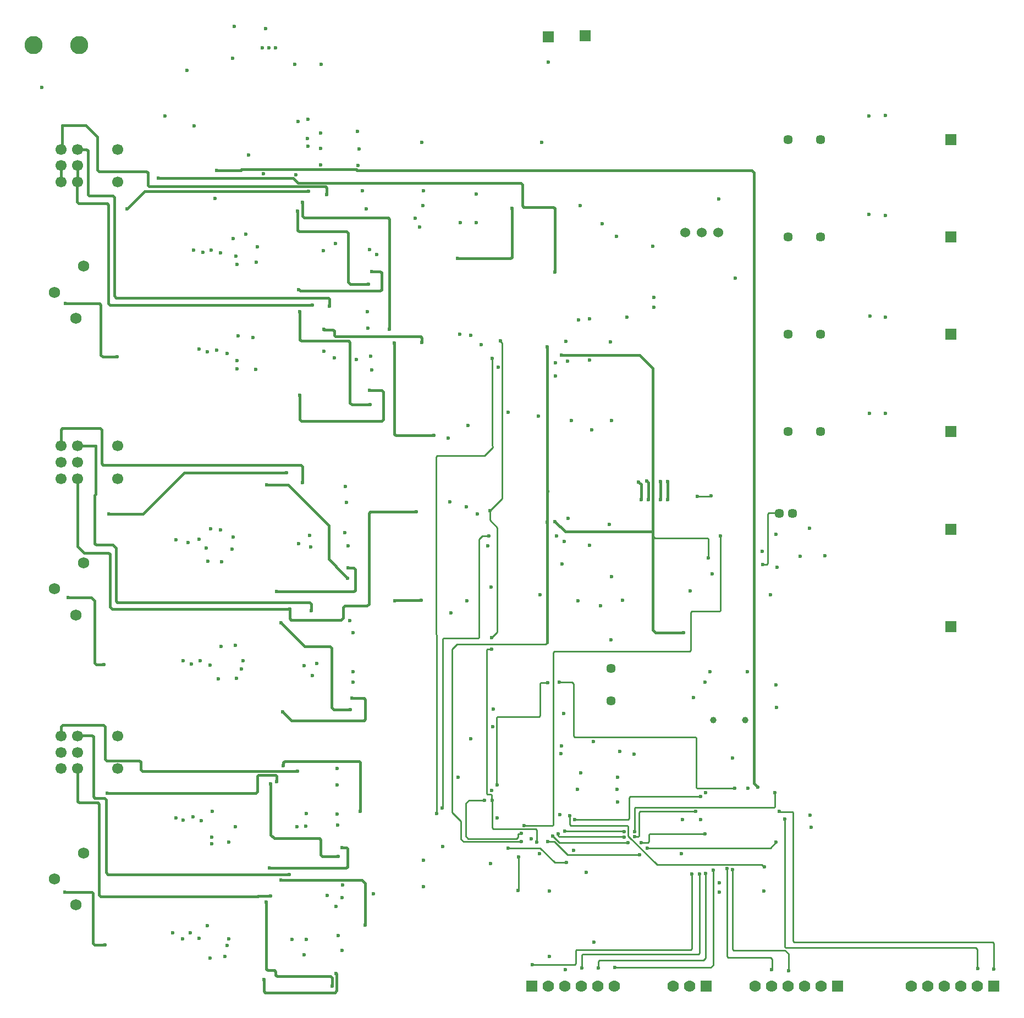
<source format=gbl>
G04*
G04 #@! TF.GenerationSoftware,Altium Limited,Altium Designer,20.0.13 (296)*
G04*
G04 Layer_Physical_Order=4*
G04 Layer_Color=16711680*
%FSLAX44Y44*%
%MOMM*%
G71*
G01*
G75*
%ADD15C,0.2540*%
%ADD77C,0.3810*%
%ADD78C,1.7780*%
%ADD79R,1.7780X1.7780*%
%ADD80C,1.0000*%
%ADD81C,1.5240*%
%ADD82C,2.8000*%
%ADD83C,1.7500*%
%ADD84C,1.7000*%
%ADD85R,1.7780X1.7780*%
%ADD86C,1.4500*%
%ADD87C,0.6000*%
D15*
X723750Y587488D02*
Y738250D01*
X728750Y743250D02*
X738500D01*
X723750Y738250D02*
X728750Y743250D01*
X668738Y586000D02*
X722262D01*
X723750Y587488D01*
X1168000Y701238D02*
Y777512D01*
X1159941Y699750D02*
X1166512D01*
X1168000Y701238D01*
X1169488Y779000D02*
X1185000D01*
X1168000Y777512D02*
X1169488Y779000D01*
X1185000D02*
X1186000Y778000D01*
X1058250Y355988D02*
Y432262D01*
X1059738Y354500D02*
X1117500D01*
X1058250Y355988D02*
X1059738Y354500D01*
X870738Y433750D02*
X1056762D01*
X1058250Y432262D01*
X869250Y435238D02*
Y515500D01*
Y435238D02*
X870738Y433750D01*
X866500Y518250D02*
X869250Y515500D01*
X847250Y518250D02*
X866500D01*
X817500Y466738D02*
Y516262D01*
X818988Y517750D01*
X829500D01*
X751988Y465250D02*
X816012D01*
X817500Y466738D01*
X750500Y360500D02*
Y463762D01*
X751988Y465250D01*
X750500Y360500D02*
X751000Y360000D01*
X952750Y271500D02*
X953250Y271000D01*
X1171750Y262750D02*
X1181000Y272000D01*
X982250Y262750D02*
X1171750D01*
X953250Y281199D02*
X997329Y237120D01*
X953250Y281199D02*
Y295762D01*
X997329Y237120D02*
X1158194D01*
X985000Y272988D02*
Y283250D01*
X983512Y271500D02*
X985000Y272988D01*
X973000Y271500D02*
X983512D01*
X972750Y271750D02*
X973000Y271500D01*
X985000Y283250D02*
X986250Y284500D01*
X1071000D01*
X859776Y252750D02*
X970500D01*
X839526Y273000D02*
X859776Y252750D01*
X829500Y273000D02*
X839526D01*
X846881Y271500D02*
X952750D01*
X837250Y281131D02*
X846881Y271500D01*
X768250Y263000D02*
X817250D01*
X840000Y240250D02*
X857750D01*
X817250Y263000D02*
X840000Y240250D01*
X667250Y324750D02*
Y584512D01*
X668738Y586000D01*
X667000Y324500D02*
X667250Y324750D01*
X658250Y316250D02*
Y590974D01*
X657500Y591724D02*
X658250Y590974D01*
X682000Y318012D02*
Y569512D01*
X695750Y276500D02*
X699750Y272500D01*
X695750Y276500D02*
Y304262D01*
X682000Y318012D02*
X695750Y304262D01*
X682000Y569512D02*
X689488Y577000D01*
X826250D01*
X699750Y272500D02*
X788250D01*
X740250Y768000D02*
X751750Y756500D01*
Y595250D02*
Y756500D01*
X740250Y768000D02*
Y782250D01*
X743250Y586750D02*
X751750Y595250D01*
X703000Y281238D02*
Y331750D01*
Y281238D02*
X706858Y277380D01*
X703000Y331750D02*
X707750Y336500D01*
X732250D01*
X706858Y277380D02*
X781130D01*
X783250Y279500D01*
Y284762D01*
X783326Y284838D01*
X788271D01*
X788933Y285500D01*
X658988Y867000D02*
X731736D01*
X657500Y591724D02*
Y865512D01*
X658988Y867000D01*
X744000Y882500D02*
X744948Y881552D01*
Y880212D02*
Y881552D01*
X731736Y867000D02*
X744948Y880212D01*
X744000Y882500D02*
Y1016750D01*
X756750Y1043064D02*
Y1044000D01*
X759245Y801245D02*
Y1040569D01*
X740250Y782250D02*
X759245Y801245D01*
X756750Y1043064D02*
X759245Y1040569D01*
X1114000Y106988D02*
Y230000D01*
Y106988D02*
X1115488Y105500D01*
X1194500D01*
X1105500Y95738D02*
Y231250D01*
Y95738D02*
X1106988Y94250D01*
X1171750D01*
X1194500Y105500D02*
X1200000Y100000D01*
X1193750Y111238D02*
Y307494D01*
X1195238Y109750D02*
X1487750D01*
X1193750Y111238D02*
X1195238Y109750D01*
X1199750Y74000D02*
X1200000Y74250D01*
Y100000D01*
X1174250Y75500D02*
X1174500Y75750D01*
Y91500D01*
X1171750Y94250D02*
X1174500Y91500D01*
X1158194Y237120D02*
X1161814Y233500D01*
X1162750D01*
X1516250Y76750D02*
Y115750D01*
X1208738Y117750D02*
X1514250D01*
X1516250Y115750D01*
X1207250Y119238D02*
X1208738Y117750D01*
X1207250Y119238D02*
Y317262D01*
X1487750Y109750D02*
X1490750Y106750D01*
Y77500D02*
Y106750D01*
X1186000Y318750D02*
X1205762D01*
X1207250Y317262D01*
X1185750Y319000D02*
X1186000Y318750D01*
X1490750Y77500D02*
X1491000Y77250D01*
X964238Y325500D02*
X1177762D01*
X962750Y288000D02*
Y324012D01*
X1177762Y325500D02*
X1179250Y326988D01*
X962750Y324012D02*
X964238Y325500D01*
X1179250Y326988D02*
Y348000D01*
X839488Y565750D02*
X1048012D01*
X1049500Y567238D01*
Y626012D01*
X838000Y564262D02*
X839488Y565750D01*
X838000Y299238D02*
Y564262D01*
X1050988Y627500D02*
X1094012D01*
X1095500Y628988D01*
Y743500D01*
X1095250Y743750D02*
X1095500Y743500D01*
X1049500Y626012D02*
X1050988Y627500D01*
X792500Y297750D02*
X836512D01*
X838000Y299238D01*
X812500Y272000D02*
Y290392D01*
X743500Y293738D02*
X745358Y291880D01*
X811012D02*
X812500Y290392D01*
X745358Y291880D02*
X811012D01*
X743500Y293738D02*
Y336000D01*
X1051000Y107738D02*
Y222500D01*
X1049512Y106250D02*
X1051000Y107738D01*
X873488Y106250D02*
X1049512D01*
X872000Y84988D02*
Y104762D01*
X873488Y106250D01*
X881500Y77750D02*
Y97512D01*
X882988Y99000D01*
X1061012D01*
X1062500Y100488D01*
X805750Y83500D02*
X870512D01*
X872000Y84988D01*
X1062500Y100488D02*
Y223000D01*
X908988Y90000D02*
X1068512D01*
X1072000Y93488D02*
Y223500D01*
X1068512Y90000D02*
X1072000Y93488D01*
X907500Y78750D02*
Y88512D01*
X908988Y90000D01*
X907000Y78250D02*
X907500Y78750D01*
X1079500Y79250D02*
X1080158Y78592D01*
X1083750Y82184D01*
Y229000D01*
X932250Y79250D02*
X1079500D01*
X971488Y319000D02*
X1056750D01*
X970000Y281798D02*
Y317512D01*
X971488Y319000D01*
X963060Y280310D02*
X968512D01*
X970000Y281798D01*
X962750Y280000D02*
X963060Y280310D01*
X946250Y280000D02*
X946500Y279750D01*
X845500Y281488D02*
Y284250D01*
Y281488D02*
X846988Y280000D01*
X946250D01*
X845250Y284500D02*
X845500Y284250D01*
X954500Y340512D02*
X955988Y342000D01*
X1065000D01*
X954500Y308750D02*
Y340512D01*
X864488Y297250D02*
X951762D01*
X953250Y295762D01*
X945750Y288750D02*
X946500Y288000D01*
X855500Y288750D02*
X945750D01*
X863000Y298738D02*
Y312250D01*
Y298738D02*
X864488Y297250D01*
X952500Y306750D02*
X954500Y308750D01*
X870500Y306750D02*
X952500D01*
X1076750Y709750D02*
Y738262D01*
X1075262Y739750D02*
X1076750Y738262D01*
X994500Y739750D02*
X1075262D01*
X991000Y743250D02*
X994500Y739750D01*
X1059275Y804725D02*
X1059394Y804844D01*
X1080631D01*
X1080750Y804963D01*
X735000Y346738D02*
Y568012D01*
X736488Y569500D01*
X743000D01*
X736488Y345250D02*
X741762D01*
X735000Y346738D02*
X736488Y345250D01*
X743250Y336250D02*
Y343762D01*
X741762Y345250D02*
X743250Y343762D01*
Y336250D02*
X743500Y336000D01*
X826250Y577000D02*
X828500Y579250D01*
X784125Y248375D02*
X784750Y249000D01*
X784125Y198375D02*
Y248375D01*
X783500Y197750D02*
X784125Y198375D01*
D77*
X856250Y750000D02*
X991000D01*
X840500Y765750D02*
X856250Y750000D01*
X828500Y579250D02*
Y1034750D01*
X991000Y743250D02*
Y750000D01*
Y1001750D01*
X787768Y1287160D02*
X790000Y1284928D01*
X445141Y1287160D02*
X787768D01*
X790000Y1252232D02*
Y1284928D01*
X792232Y1250000D02*
X837768D01*
X790000Y1252232D02*
X792232Y1250000D01*
X840000Y1150000D02*
Y1247768D01*
X837768Y1250000D02*
X840000Y1247768D01*
X437306Y1294995D02*
X445141Y1287160D01*
X230005Y1294995D02*
X437306D01*
X230000Y1295000D02*
X230005Y1294995D01*
X1143518Y1306500D02*
X1146693Y1303325D01*
X535801Y1306500D02*
X1143518D01*
X534296Y1308005D02*
X535801Y1306500D01*
X215732Y1281750D02*
X487018D01*
X208750Y1274750D02*
X461250D01*
X181500Y1247500D02*
X208750Y1274750D01*
X487018Y1281750D02*
X489250Y1279518D01*
Y1275708D02*
Y1279518D01*
X489169Y1275627D02*
X489250Y1275708D01*
X489169Y1269419D02*
Y1275627D01*
X488750Y1269000D02*
X489169Y1269419D01*
X213500Y1283982D02*
X215732Y1281750D01*
X213500Y1283982D02*
Y1302768D01*
X211268Y1305000D02*
X213500Y1302768D01*
X594000Y644000D02*
X594375Y644375D01*
X633875D01*
X634250Y644750D01*
X553750Y638500D02*
Y778268D01*
X555982Y780500D01*
X626500D01*
X516482Y635750D02*
X551000D01*
X553750Y638500D01*
X514250Y617500D02*
Y633518D01*
X516482Y635750D01*
X510750Y614000D02*
X514250Y617500D01*
X431750Y616232D02*
Y630750D01*
Y616232D02*
X433982Y614000D01*
X510750D01*
X1152500Y356250D02*
Y356843D01*
X1146693Y362650D02*
X1152500Y356843D01*
X1146693Y362650D02*
Y1303325D01*
X319500Y1306750D02*
X356391D01*
X357646Y1308005D01*
X534296D01*
X991000Y598732D02*
Y743250D01*
Y598732D02*
X995232Y594500D01*
X1038750D01*
X1013750Y799500D02*
Y827250D01*
X1003000Y799830D02*
Y827250D01*
X972750Y799500D02*
Y822750D01*
X968750Y826750D02*
X972750Y822750D01*
X984000Y799250D02*
Y825250D01*
X981250Y828000D02*
X984000Y825250D01*
X970250Y1022500D02*
X991000Y1001750D01*
X850000Y1022500D02*
X970250D01*
X595482Y898250D02*
X654000D01*
X593250Y900482D02*
Y1040500D01*
Y900482D02*
X595482Y898250D01*
X454232Y1233750D02*
X583518D01*
X585750Y1231518D01*
Y1061500D02*
Y1231518D01*
X452000Y1235982D02*
X454232Y1233750D01*
X452000Y1235982D02*
Y1257500D01*
X635732Y1041518D02*
X635750Y1041500D01*
X635732Y1041518D02*
Y1048518D01*
X502732Y1050750D02*
X633500D01*
X635732Y1048518D01*
X500500Y1052982D02*
Y1059018D01*
Y1052982D02*
X502732Y1050750D01*
X484500Y1061250D02*
X498268D01*
X500500Y1059018D01*
X484250Y1061500D02*
X484500Y1061250D01*
X691000Y1170750D02*
X772018D01*
X774250Y1172982D02*
Y1248000D01*
X772018Y1170750D02*
X774250Y1172982D01*
X690750Y1171000D02*
X691000Y1170750D01*
X504155Y55695D02*
X504155Y55695D01*
X503500Y69500D02*
X503919Y69081D01*
Y67532D02*
Y69081D01*
X504155Y55695D02*
Y67297D01*
X503919Y67532D02*
X504155Y67297D01*
X504155Y43137D02*
Y55695D01*
X394232Y40250D02*
X501268D01*
X504155Y43137D01*
X392000Y42482D02*
Y60250D01*
Y42482D02*
X394232Y40250D01*
X392000Y60250D02*
X392250Y60500D01*
X412482Y65000D02*
X495018D01*
X497250Y49750D02*
Y62768D01*
X495018Y65000D02*
X497250Y62768D01*
X410250Y67232D02*
Y72018D01*
Y67232D02*
X412482Y65000D01*
X397982Y74250D02*
X408018D01*
X410250Y72018D01*
X395750Y76482D02*
Y179750D01*
Y76482D02*
X397982Y74250D01*
X395625Y179875D02*
X395750Y179750D01*
X129250Y115732D02*
Y193018D01*
X131732Y113250D02*
X147750D01*
X129250Y115732D02*
X131732Y113250D01*
X85500Y195250D02*
X127018D01*
X129250Y193018D01*
X105000Y385000D02*
X105250Y384750D01*
X105000Y832000D02*
X105750Y831250D01*
Y727500D02*
Y831250D01*
X105000Y882000D02*
X105750Y882750D01*
X133250D01*
X79750Y882250D02*
Y907268D01*
X81982Y909500D01*
X79750Y882250D02*
X80000Y882000D01*
Y1339000D02*
X81250Y1340250D01*
Y1375750D01*
X443940Y381310D02*
X444000Y381250D01*
X205190Y381310D02*
X443940D01*
X202500Y384000D02*
X205190Y381310D01*
X412250Y364750D02*
Y373268D01*
X410018Y375500D02*
X412250Y373268D01*
X384232Y375500D02*
X410018D01*
X202500Y384000D02*
Y395286D01*
X149982Y397518D02*
X200268D01*
X202500Y395286D01*
X147750Y399750D02*
X149982Y397518D01*
X147750Y399750D02*
Y449768D01*
X82232Y452000D02*
X145518D01*
X147750Y449768D01*
X80000Y435000D02*
Y449768D01*
X82232Y452000D01*
X149250Y225232D02*
Y337518D01*
X152232Y222250D02*
X431250D01*
X149250Y225232D02*
X152232Y222250D01*
X131982Y339750D02*
X147018D01*
X149250Y337518D01*
X129750Y341982D02*
Y434268D01*
Y341982D02*
X131982Y339750D01*
X107482Y332750D02*
X136268D01*
X138500Y330518D01*
Y190732D02*
Y330518D01*
X105250Y334982D02*
X107482Y332750D01*
X106500Y436500D02*
X127518D01*
X129750Y434268D01*
X105000Y435000D02*
X106500Y436500D01*
X140732Y188500D02*
X382695D01*
X138500Y190732D02*
X140732Y188500D01*
X383195Y189000D02*
X402500D01*
X382695Y188500D02*
X383195Y189000D01*
X418750Y213250D02*
X543268D01*
X548500Y208018D01*
Y144500D02*
Y208018D01*
X105250Y334982D02*
Y384750D01*
X382000Y349732D02*
Y373268D01*
X384232Y375500D01*
X150750Y347500D02*
X379768D01*
X382000Y349732D01*
X424232Y396750D02*
X538518D01*
X421750Y389250D02*
X422169Y389669D01*
Y394687D01*
X424232Y396750D01*
X540750Y319250D02*
Y394518D01*
X538518Y396750D02*
X540750Y394518D01*
X540500Y319000D02*
X540750Y319250D01*
X521000Y234232D02*
Y261518D01*
X512500Y263750D02*
X512919Y263331D01*
X519187D01*
X521000Y261518D01*
X400500Y232000D02*
X518768D01*
X521000Y234232D01*
X479750Y252232D02*
X481982Y250000D01*
X479750Y252232D02*
Y275268D01*
X481982Y250000D02*
X507000D01*
X408500Y277500D02*
X477518D01*
X479750Y275268D01*
X402750Y283250D02*
X408500Y277500D01*
X402750Y283250D02*
Y361500D01*
X140018Y909500D02*
X142250Y907268D01*
Y855232D02*
Y907268D01*
X81982Y909500D02*
X140018D01*
X144482Y853000D02*
X449000D01*
X142250Y855232D02*
X144482Y853000D01*
X452000Y825500D02*
Y850000D01*
X449000Y853000D02*
X452000Y850000D01*
X206018Y777500D02*
X269268Y840750D01*
X427250D01*
X153518Y777500D02*
X206018D01*
X153268Y777250D02*
X153518Y777500D01*
X133732Y729750D02*
X159500D01*
X133250Y807945D02*
Y882750D01*
X131500Y806195D02*
X133250Y807945D01*
X131500Y731982D02*
Y806195D01*
Y731982D02*
X133732Y729750D01*
X166482Y641000D02*
X462768D01*
X164250Y643232D02*
X166482Y641000D01*
X164250Y643232D02*
Y725000D01*
X159500Y729750D02*
X164250Y725000D01*
X155000Y634232D02*
Y715268D01*
Y634232D02*
X158482Y630750D01*
X115750Y717500D02*
X152768D01*
X155000Y715268D01*
X465000Y628250D02*
Y638768D01*
X462768Y641000D02*
X465000Y638768D01*
X158482Y630750D02*
X431750D01*
X105750Y727500D02*
X115750Y717500D01*
X137982Y1305000D02*
X211268D01*
X135750Y1307232D02*
Y1358000D01*
Y1307232D02*
X137982Y1305000D01*
X118000Y1375750D02*
X135750Y1358000D01*
X81250Y1375750D02*
X118000D01*
X121000Y1269732D02*
Y1336768D01*
X118768Y1339000D02*
X121000Y1336768D01*
X105000Y1339000D02*
X118768D01*
X123232Y1267500D02*
X159518D01*
X121000Y1269732D02*
X123232Y1267500D01*
X161750Y1113750D02*
Y1265268D01*
X159518Y1267500D02*
X161750Y1265268D01*
Y1113750D02*
X165000Y1110500D01*
X493500Y1097750D02*
Y1108268D01*
X491268Y1110500D02*
X493500Y1108268D01*
X165000Y1110500D02*
X491268D01*
X106732Y1255750D02*
X150768D01*
X104500Y1288500D02*
X105000Y1289000D01*
X104500Y1257982D02*
Y1288500D01*
Y1257982D02*
X106732Y1255750D01*
X153000Y1101570D02*
Y1253518D01*
X150768Y1255750D02*
X153000Y1253518D01*
X155232Y1099339D02*
X466661D01*
X153000Y1101570D02*
X155232Y1099339D01*
X445750Y1122750D02*
X446343D01*
X448343Y1120750D01*
X571268D01*
X573500Y1122982D01*
Y1148768D01*
X80000Y1289000D02*
Y1314000D01*
X105000Y1289000D02*
Y1314000D01*
X447500Y1045982D02*
Y1089000D01*
X449732Y1043750D02*
X522518D01*
X447500Y1045982D02*
X449732Y1043750D01*
X524750Y948232D02*
Y1041518D01*
X522518Y1043750D02*
X524750Y1041518D01*
X444000Y1214482D02*
Y1244000D01*
Y1214482D02*
X446232Y1212250D01*
X519768D01*
X522000Y1134500D02*
Y1210018D01*
X519768Y1212250D02*
X522000Y1210018D01*
X576000Y922982D02*
Y965518D01*
X554750Y967750D02*
X573768D01*
X576000Y965518D01*
X449982Y920750D02*
X573768D01*
X576000Y922982D01*
X447750D02*
Y960000D01*
Y922982D02*
X449982Y920750D01*
X527482Y945500D02*
X555500D01*
X524750Y948232D02*
X527482Y945500D01*
X558000Y1150500D02*
X558419Y1150919D01*
X566632D01*
X566713Y1151000D01*
X571268D01*
X573500Y1148768D01*
X525500Y1131000D02*
X553500D01*
X522000Y1134500D02*
X525500Y1131000D01*
X131750Y547732D02*
Y643250D01*
X133982Y545500D02*
X146250D01*
X131750Y547732D02*
X133982Y545500D01*
X91000Y648500D02*
X126500D01*
X131750Y643250D01*
X141250Y1022232D02*
Y1099518D01*
X143982Y1019500D02*
X166000D01*
X141250Y1022232D02*
X143982Y1019500D01*
X86750Y1101750D02*
X139018D01*
X141250Y1099518D01*
X546268Y493500D02*
X548500Y491268D01*
X527500Y493500D02*
X546268D01*
X548500Y461232D02*
Y491268D01*
X435000Y459000D02*
X546268D01*
X548500Y461232D01*
X421250Y472750D02*
X435000Y459000D01*
X496250Y479232D02*
Y571018D01*
X499732Y475750D02*
X525500D01*
X496250Y479232D02*
X499732Y475750D01*
X455000Y573250D02*
X494018D01*
X496250Y571018D01*
X418750Y609500D02*
X455000Y573250D01*
X429500Y822000D02*
X492250Y759250D01*
Y707750D02*
X514595Y685405D01*
X492250Y707750D02*
Y759250D01*
X397000Y822000D02*
X429500D01*
X514595Y685405D02*
Y685405D01*
Y685405D02*
X521250Y678750D01*
X521500Y694250D02*
X530268D01*
X532500Y692018D01*
Y659982D02*
Y692018D01*
X530268Y657750D02*
X532500Y659982D01*
X412250Y657750D02*
X530268D01*
D78*
X1148800Y50000D02*
D03*
X1174200Y50000D02*
D03*
X1199600Y50000D02*
D03*
X1250400Y50000D02*
D03*
X1225000Y50000D02*
D03*
X932000Y50000D02*
D03*
X906600Y50000D02*
D03*
X881200Y50000D02*
D03*
X830400Y50000D02*
D03*
X855800Y50000D02*
D03*
X1389200Y50000D02*
D03*
X1414600Y50000D02*
D03*
X1440000Y50000D02*
D03*
X1490800Y50000D02*
D03*
X1465400Y50000D02*
D03*
X1022600D02*
D03*
X1048000Y50000D02*
D03*
D79*
X1275800Y50000D02*
D03*
X805000D02*
D03*
X1516200D02*
D03*
X1073400D02*
D03*
D80*
X1084000Y460000D02*
D03*
X1132800D02*
D03*
D81*
X1040600Y1211000D02*
D03*
X1091400D02*
D03*
X1066000D02*
D03*
D82*
X37500Y1500000D02*
D03*
X107500D02*
D03*
D83*
X115000Y1159000D02*
D03*
X102500Y1079000D02*
D03*
X70000Y1119000D02*
D03*
X115000Y702000D02*
D03*
X102500Y622000D02*
D03*
X70000Y662000D02*
D03*
X115000Y255000D02*
D03*
X102500Y175000D02*
D03*
X70000Y215000D02*
D03*
D84*
X167500Y1339000D02*
D03*
Y1289000D02*
D03*
X80000Y1339000D02*
D03*
Y1314000D02*
D03*
Y1289000D02*
D03*
X105000D02*
D03*
Y1314000D02*
D03*
Y1339000D02*
D03*
X167500Y882000D02*
D03*
Y832000D02*
D03*
X80000Y882000D02*
D03*
Y857000D02*
D03*
Y832000D02*
D03*
X105000D02*
D03*
Y857000D02*
D03*
Y882000D02*
D03*
X167500Y435000D02*
D03*
Y385000D02*
D03*
X80000Y435000D02*
D03*
Y410000D02*
D03*
Y385000D02*
D03*
X105000D02*
D03*
Y410000D02*
D03*
Y435000D02*
D03*
D85*
X830000Y1512000D02*
D03*
X887000Y1514000D02*
D03*
X1450000Y1354000D02*
D03*
Y1204000D02*
D03*
Y1054000D02*
D03*
Y904000D02*
D03*
Y754000D02*
D03*
Y604000D02*
D03*
D86*
X926250Y539250D02*
D03*
Y489250D02*
D03*
X1249000Y904000D02*
D03*
X1199000D02*
D03*
X1249000Y1054000D02*
D03*
X1199000D02*
D03*
X1249000Y1204000D02*
D03*
X1199000D02*
D03*
X1186000Y778000D02*
D03*
X1206000D02*
D03*
X1249000Y1354000D02*
D03*
X1199000D02*
D03*
D87*
X443500Y296000D02*
D03*
X737000Y728000D02*
D03*
X927250Y681000D02*
D03*
X742000Y665000D02*
D03*
X992750Y1111000D02*
D03*
X992500Y1095500D02*
D03*
X720750Y777250D02*
D03*
X1082000Y685500D02*
D03*
X1232000Y755250D02*
D03*
X1256250Y713250D02*
D03*
X1217500Y712250D02*
D03*
X1182000Y695000D02*
D03*
X1172250Y653000D02*
D03*
X1048500Y659250D02*
D03*
X1159750Y719500D02*
D03*
X1159941Y699750D02*
D03*
X1180838Y746162D02*
D03*
X1136750Y534500D02*
D03*
X1181250Y479500D02*
D03*
X1180500Y514000D02*
D03*
X1079250Y534000D02*
D03*
X1054000Y495000D02*
D03*
X1071500Y518250D02*
D03*
X1137250Y354750D02*
D03*
X1064500Y307000D02*
D03*
X1113500Y401750D02*
D03*
X1034750Y254250D02*
D03*
X1036250Y306750D02*
D03*
X951500Y1080500D02*
D03*
X899875Y426875D02*
D03*
X744500Y449500D02*
D03*
X944000Y644250D02*
D03*
X910625Y635625D02*
D03*
X876000Y644000D02*
D03*
X817750Y653000D02*
D03*
X851500Y700250D02*
D03*
X705000Y643500D02*
D03*
X680500Y624750D02*
D03*
X703750Y788750D02*
D03*
X768500Y934000D02*
D03*
X678250Y796000D02*
D03*
X706500Y913750D02*
D03*
X676250Y894250D02*
D03*
X893750Y729250D02*
D03*
X894000Y1077750D02*
D03*
X876750Y1076250D02*
D03*
X893500Y1014500D02*
D03*
X859750Y1013000D02*
D03*
X924250Y761500D02*
D03*
X860500Y770750D02*
D03*
X842750Y743500D02*
D03*
X840500Y765750D02*
D03*
X828750Y764500D02*
D03*
X855000Y735000D02*
D03*
X840000Y1150000D02*
D03*
X230000Y1295000D02*
D03*
X505000Y315000D02*
D03*
Y360000D02*
D03*
X505000Y385000D02*
D03*
X490000Y190000D02*
D03*
X460000Y1385000D02*
D03*
X285000Y1375000D02*
D03*
X240000Y1390000D02*
D03*
X357750Y539000D02*
D03*
X535000Y1015000D02*
D03*
X820000Y1350000D02*
D03*
X338366Y123016D02*
D03*
X360083Y550950D02*
D03*
X348500Y574750D02*
D03*
X390000Y1495000D02*
D03*
X410000D02*
D03*
X400000D02*
D03*
X635000Y1350000D02*
D03*
X480000Y1470000D02*
D03*
X440000D02*
D03*
X395000Y1525000D02*
D03*
X830250Y1473750D02*
D03*
X694750Y1226250D02*
D03*
X847250Y518250D02*
D03*
X829500Y517750D02*
D03*
X751000Y360000D02*
D03*
X982250Y262750D02*
D03*
X973000Y271500D02*
D03*
X1071000Y284500D02*
D03*
X1181000Y272000D02*
D03*
X970500Y252750D02*
D03*
X953000Y271250D02*
D03*
X857750Y240250D02*
D03*
X634250Y644750D02*
D03*
X594000Y644000D02*
D03*
X626500Y780500D02*
D03*
X667000Y324500D02*
D03*
X738500Y743250D02*
D03*
X744000Y1016750D02*
D03*
X658250Y316250D02*
D03*
X1114000Y230000D02*
D03*
X1105500Y231250D02*
D03*
X1199750Y74000D02*
D03*
X1174250Y75500D02*
D03*
X1162250Y196250D02*
D03*
X1093750Y209500D02*
D03*
X1093250Y194750D02*
D03*
X1234500Y295000D02*
D03*
X1233500Y313750D02*
D03*
X1516250Y76750D02*
D03*
X1491000Y77250D02*
D03*
X1193750Y307494D02*
D03*
X1185750Y319000D02*
D03*
X319500Y1306750D02*
D03*
X1152500Y356250D02*
D03*
X1095500Y743500D02*
D03*
X792500Y297750D02*
D03*
X831750Y95500D02*
D03*
X856250Y75750D02*
D03*
X900000Y118000D02*
D03*
X805750Y83500D02*
D03*
X1051000Y222500D02*
D03*
X1072000Y223500D02*
D03*
X1062500Y223000D02*
D03*
X1083750Y229000D02*
D03*
X932250Y79250D02*
D03*
X907000Y78250D02*
D03*
X881500Y77750D02*
D03*
X962750Y280000D02*
D03*
X946500Y279750D02*
D03*
X1056750Y319000D02*
D03*
X962750Y288000D02*
D03*
X1179250Y348000D02*
D03*
X946500Y288000D02*
D03*
X1162750Y233500D02*
D03*
X863000Y312250D02*
D03*
X848250Y314500D02*
D03*
X1071875Y347875D02*
D03*
X1065000Y342000D02*
D03*
X768250Y263000D02*
D03*
X870500Y306750D02*
D03*
X1076750Y709750D02*
D03*
X1080750Y804963D02*
D03*
X1059275Y804725D02*
D03*
X756750Y1044000D02*
D03*
X740250Y782250D02*
D03*
X743250Y586750D02*
D03*
X743000Y569500D02*
D03*
X936500Y333500D02*
D03*
X935500Y353000D02*
D03*
X936750Y372250D02*
D03*
X961750Y407500D02*
D03*
X940000Y411750D02*
D03*
X888500Y225500D02*
D03*
X1349250Y932000D02*
D03*
X1324250Y932750D02*
D03*
X1349000Y1080750D02*
D03*
X1325000Y1082000D02*
D03*
X1349000Y1237250D02*
D03*
X1323750Y1239250D02*
D03*
X1349125Y1391625D02*
D03*
X1324000Y1390750D02*
D03*
X1013750Y827250D02*
D03*
X1003000D02*
D03*
X981250Y828000D02*
D03*
X968750Y826750D02*
D03*
X1013750Y799500D02*
D03*
X1003000Y799830D02*
D03*
X984000Y799250D02*
D03*
X972750Y799500D02*
D03*
X926500Y583750D02*
D03*
X850750Y419750D02*
D03*
X849350Y408000D02*
D03*
X875000Y353500D02*
D03*
X880250Y378750D02*
D03*
X855500Y288750D02*
D03*
X845250Y284500D02*
D03*
X837250Y281131D02*
D03*
X829500Y273000D02*
D03*
X812500Y272000D02*
D03*
X803500Y276750D02*
D03*
X788250Y272500D02*
D03*
X788933Y285500D02*
D03*
X816750Y254000D02*
D03*
X831500Y196750D02*
D03*
X783500Y197750D02*
D03*
X784750Y249000D02*
D03*
X869000Y259250D02*
D03*
X741000Y239000D02*
D03*
X751500Y309250D02*
D03*
X743500Y336000D02*
D03*
X732250Y336500D02*
D03*
X1117500Y354500D02*
D03*
X743250Y351250D02*
D03*
X691500Y372000D02*
D03*
X711000Y430750D02*
D03*
X745750Y476500D02*
D03*
X854000Y470000D02*
D03*
X829000Y812000D02*
D03*
X828500Y1034750D02*
D03*
X850000Y1022500D02*
D03*
X1038750Y594500D02*
D03*
X840750Y1010000D02*
D03*
X841500Y990250D02*
D03*
X857375Y1042875D02*
D03*
X925750Y1042000D02*
D03*
X927750Y921000D02*
D03*
X897000Y907000D02*
D03*
X866000Y921250D02*
D03*
X814750Y928500D02*
D03*
X753375Y1003375D02*
D03*
X593250Y1040500D02*
D03*
X585750Y1061500D02*
D03*
X654000Y898250D02*
D03*
X452000Y1257500D02*
D03*
X710750Y1052500D02*
D03*
X694000Y1054000D02*
D03*
X726500Y1037750D02*
D03*
X635750Y1041500D02*
D03*
X484250Y1061500D02*
D03*
X1118000Y1140500D02*
D03*
X1092375Y1262125D02*
D03*
X991000Y1189750D02*
D03*
X935250Y1205000D02*
D03*
X912750Y1224750D02*
D03*
X879000Y1252500D02*
D03*
X774250Y1248000D02*
D03*
X690750Y1171000D02*
D03*
X632000Y1219000D02*
D03*
X625000Y1233000D02*
D03*
X637500Y1275250D02*
D03*
X637250Y1252500D02*
D03*
X719250Y1226500D02*
D03*
X719500Y1269750D02*
D03*
X50250Y1434500D02*
D03*
X344000Y1479250D02*
D03*
X346750Y1528750D02*
D03*
X274000Y1460750D02*
D03*
X479750Y1340500D02*
D03*
Y1364500D02*
D03*
X536250Y1366500D02*
D03*
X539000Y1339250D02*
D03*
X537000Y1314500D02*
D03*
X479250Y1314750D02*
D03*
X441750Y1299750D02*
D03*
X391250Y1301500D02*
D03*
X460000Y1343500D02*
D03*
X459500Y1355750D02*
D03*
X445000Y1381500D02*
D03*
X368500Y1330250D02*
D03*
X317250Y1263000D02*
D03*
X497250Y49750D02*
D03*
X453750Y98500D02*
D03*
X503500Y172500D02*
D03*
Y69500D02*
D03*
X512500Y105500D02*
D03*
X506750Y128000D02*
D03*
X435250Y122500D02*
D03*
X457500Y122000D02*
D03*
X392250Y60500D02*
D03*
X395625Y179875D02*
D03*
X309625Y93125D02*
D03*
X332500Y95750D02*
D03*
X335500Y112750D02*
D03*
X304750Y143250D02*
D03*
X292500Y123500D02*
D03*
X266750Y123000D02*
D03*
X278750Y132500D02*
D03*
X251875Y131875D02*
D03*
X147750Y113250D02*
D03*
X85500Y195250D02*
D03*
X431250Y222250D02*
D03*
X418750Y213250D02*
D03*
X402500Y189000D02*
D03*
X150750Y347500D02*
D03*
X507000Y250000D02*
D03*
X512500Y263750D02*
D03*
X548500Y144500D02*
D03*
X667250Y264750D02*
D03*
X540500Y319000D02*
D03*
X444000Y381250D02*
D03*
X402750Y361500D02*
D03*
X412250Y364750D02*
D03*
X421750Y389250D02*
D03*
X457500Y316000D02*
D03*
X506000Y298000D02*
D03*
X456500Y296500D02*
D03*
X400500Y232000D02*
D03*
X311500Y279250D02*
D03*
X312000Y269750D02*
D03*
X338500Y272000D02*
D03*
X312750Y319250D02*
D03*
X296000Y305000D02*
D03*
X283250Y310500D02*
D03*
X268250Y305500D02*
D03*
X257250Y309500D02*
D03*
X513000Y186500D02*
D03*
X513375Y205625D02*
D03*
X637500Y203750D02*
D03*
X561000Y192500D02*
D03*
X637500Y244268D02*
D03*
X348500Y295750D02*
D03*
X427250Y840750D02*
D03*
X153268Y777250D02*
D03*
X431750Y630750D02*
D03*
X465000Y628250D02*
D03*
X452000Y825500D02*
D03*
X488750Y1269000D02*
D03*
X461250Y1274750D02*
D03*
X181500Y1247500D02*
D03*
X493500Y1097750D02*
D03*
X466661Y1099339D02*
D03*
X305500Y1026750D02*
D03*
X292250Y1031250D02*
D03*
X335500Y1024500D02*
D03*
X319250Y1029500D02*
D03*
X447500Y1089000D02*
D03*
X447750Y960000D02*
D03*
X500750Y1017500D02*
D03*
X484750Y1028000D02*
D03*
X555500Y945500D02*
D03*
X554750Y967750D02*
D03*
X379250Y999750D02*
D03*
X351250Y1000500D02*
D03*
X351000Y1013500D02*
D03*
X352500Y1052000D02*
D03*
X375500Y1049000D02*
D03*
X558250Y999000D02*
D03*
X556250Y1020000D02*
D03*
X552500Y1063250D02*
D03*
X551750Y1089250D02*
D03*
X553500Y1131000D02*
D03*
X558000Y1150500D02*
D03*
X444000Y1244000D02*
D03*
X445750Y1122750D02*
D03*
X502250Y1194000D02*
D03*
X483500Y1183000D02*
D03*
X566250Y1177000D02*
D03*
X555000Y1185000D02*
D03*
X549750Y1247500D02*
D03*
X543750Y1275250D02*
D03*
X364750Y1208000D02*
D03*
X382000Y1188500D02*
D03*
X345000Y1201250D02*
D03*
X310250Y754250D02*
D03*
X380750Y1165250D02*
D03*
X349500Y1174500D02*
D03*
X351000Y1161750D02*
D03*
X325250Y1179250D02*
D03*
X310750Y1183500D02*
D03*
X298500Y1180000D02*
D03*
X284000Y1183500D02*
D03*
X166000Y1019500D02*
D03*
X86750Y1101750D02*
D03*
X525500Y475750D02*
D03*
X527500Y493500D02*
D03*
X421250Y472750D02*
D03*
X418750Y609500D02*
D03*
X529750Y594750D02*
D03*
X524500Y613250D02*
D03*
X467250Y528500D02*
D03*
X473250Y547500D02*
D03*
X454500Y544000D02*
D03*
X529500Y534750D02*
D03*
X529750Y518250D02*
D03*
X326250Y573250D02*
D03*
X350250Y524500D02*
D03*
X322500Y523500D02*
D03*
X280750Y546000D02*
D03*
X309250Y544750D02*
D03*
X294250Y551500D02*
D03*
X267750Y551250D02*
D03*
X146250Y545500D02*
D03*
X91000Y648500D02*
D03*
X517000Y748500D02*
D03*
X519250Y795500D02*
D03*
X518000Y820000D02*
D03*
X521500Y728000D02*
D03*
X464500Y726250D02*
D03*
X462250Y744500D02*
D03*
X327500Y703750D02*
D03*
X306000Y704250D02*
D03*
X343000Y723250D02*
D03*
X344997Y742250D02*
D03*
X325750Y752750D02*
D03*
X292750Y738250D02*
D03*
X303431Y725181D02*
D03*
X257250Y737250D02*
D03*
X275500Y733500D02*
D03*
X445750Y731500D02*
D03*
X521250Y678750D02*
D03*
X521500Y694250D02*
D03*
X412250Y657750D02*
D03*
X397000Y822000D02*
D03*
M02*

</source>
